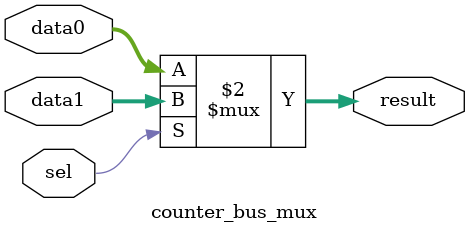
<source format=v>
module counter_bus_mux(data0, data1, sel, result);
	
	input [7:0] data0, data1;
	input sel;
	
	output [7:0]result;
	
	
	assign result = (sel == 1'b1) ? data1 : data0;
	
endmodule
</source>
